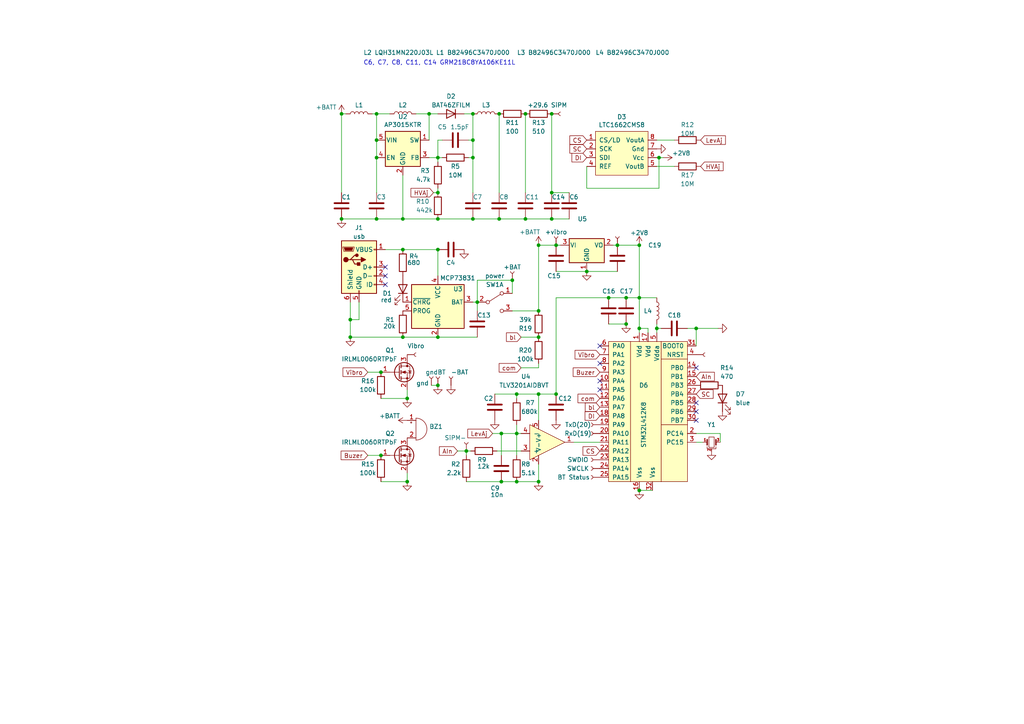
<source format=kicad_sch>
(kicad_sch (version 20211123) (generator eeschema)
  (paper "A4")
  (lib_symbols
    (symbol "Battery_Management:LTC4054ES5-4.2" (pin_names (offset 0.254))
      (property "Reference" "U" (at -5.842 6.604 0))
      (property "Value" "LTC4054ES5-4.2" (at 1.524 6.604 0))
      (symbol "LTC4054ES5-4.2_0_1"
        (rectangle (start -7.62 5.08) (end 7.62 -7.62) (stroke (width 0.254)) (fill (type background)))
      )
      (symbol "LTC4054ES5-4.2_1_1"
        (pin open_collector line (at -10.16 0 0) (length 2.54) (name "~{CHRG}") (number "1"))
        (pin power_in line (at 0 -10.16 90) (length 2.54) (name "GND") (number "2"))
        (pin power_out line (at 10.16 0 180) (length 2.54) (name "BAT") (number "3"))
        (pin power_in line (at 0 7.62 270) (length 2.54) (name "VCC") (number "4"))
        (pin bidirectional line (at -10.16 -2.54 0) (length 2.54) (name "PROG") (number "5"))
      )
    )
    (symbol "Device:Buzzer" (pin_names (offset 0.0254) hide)
      (property "Reference" "BZ" (at 3.81 1.27 0))
      (property "Value" "Buzzer" (at 3.81 -1.27 0))
      (symbol "Buzzer_0_1"
        (arc (start 0 -3.175) (mid 3.175 0) (end 0 3.175))
        (polyline (pts (xy -1.651 1.905) (xy -1.143 1.905)))
        (polyline (pts (xy -1.397 2.159) (xy -1.397 1.651)))
        (polyline (pts (xy 0 3.175) (xy 0 -3.175)))
      )
      (symbol "Buzzer_1_1"
        (pin passive line (at -2.54 2.54 0) (length 2.54) (name "-") (number "1"))
        (pin passive line (at -2.54 -2.54 0) (length 2.54) (name "+") (number "2"))
      )
    )
    (symbol "Device:C" (pin_numbers hide) (pin_names (offset 0.254))
      (property "Reference" "C" (at 0.635 2.54 0))
      (property "Value" "C" (at 0.635 -2.54 0))
      (symbol "C_0_1"
        (polyline (pts (xy -2.032 -0.762) (xy 2.032 -0.762)) (stroke (width 0.508)))
        (polyline (pts (xy -2.032 0.762) (xy 2.032 0.762)) (stroke (width 0.508)))
      )
      (symbol "C_1_1"
        (pin passive line (at 0 3.81 270) (length 2.794) (name "~") (number "1"))
        (pin passive line (at 0 -3.81 90) (length 2.794) (name "~") (number "2"))
      )
    )
    (symbol "Device:Crystal_GND2_Small" (pin_names (offset 1.016) hide)
      (property "Reference" "Y" (at 0 5.08 0))
      (property "Value" "Crystal_GND2_Small" (at 0 3.175 0))
      (symbol "Crystal_GND2_Small_0_1"
        (rectangle (start -0.762 -1.524) (end 0.762 1.524))
        (polyline (pts (xy -1.27 -0.762) (xy -1.27 0.762)) (stroke (width 0.381)))
        (polyline (pts (xy 1.27 -0.762) (xy 1.27 0.762)) (stroke (width 0.381)))
        (polyline (pts (xy -1.27 -1.27) (xy -1.27 -1.905) (xy 1.27 -1.905) (xy 1.27 -1.27)))
      )
      (symbol "Crystal_GND2_Small_1_1"
        (pin passive line (at -2.54 0 0) (length 1.27) (name "1") (number "1"))
        (pin passive line (at 0 -2.54 90) (length 0.635) (name "2") (number "2"))
        (pin passive line (at 2.54 0 180) (length 1.27) (name "3") (number "3"))
      )
    )
    (symbol "Device:D" (pin_numbers hide) (pin_names (offset 1.016) hide)
      (property "Reference" "D" (at 0 2.54 0))
      (property "Value" "D" (at 0 -2.54 0))
      (symbol "D_0_1"
        (polyline (pts (xy -1.27 1.27) (xy -1.27 -1.27)) (stroke (width 0.254)))
        (polyline (pts (xy 1.27 0) (xy -1.27 0)))
        (polyline (pts (xy 1.27 1.27) (xy 1.27 -1.27) (xy -1.27 0) (xy 1.27 1.27)) (stroke (width 0.254)))
      )
      (symbol "D_1_1"
        (pin passive line (at -3.81 0 0) (length 2.54) (name "K") (number "1"))
        (pin passive line (at 3.81 0 180) (length 2.54) (name "A") (number "2"))
      )
    )
    (symbol "Device:L" (pin_numbers hide) (pin_names (offset 1.016) hide)
      (property "Reference" "L" (at -1.27 0 90))
      (property "Value" "L" (at 1.905 0 90))
      (symbol "L_0_1"
        (arc (start 0 -2.54) (mid 0.635 -1.905) (end 0 -1.27))
        (arc (start 0 -1.27) (mid 0.635 -0.635) (end 0 0))
        (arc (start 0 0) (mid 0.635 0.635) (end 0 1.27))
        (arc (start 0 1.27) (mid 0.635 1.905) (end 0 2.54))
      )
      (symbol "L_1_1"
        (pin passive line (at 0 3.81 270) (length 1.27) (name "1") (number "1"))
        (pin passive line (at 0 -3.81 90) (length 1.27) (name "2") (number "2"))
      )
    )
    (symbol "Device:LED" (pin_numbers hide) (pin_names (offset 1.016) hide)
      (property "Reference" "D" (at 0 2.54 0))
      (property "Value" "LED" (at 0 -2.54 0))
      (symbol "LED_0_1"
        (polyline (pts (xy -1.27 -1.27) (xy -1.27 1.27)) (stroke (width 0.254)))
        (polyline (pts (xy -1.27 0) (xy 1.27 0)))
        (polyline (pts (xy 1.27 -1.27) (xy 1.27 1.27) (xy -1.27 0) (xy 1.27 -1.27)) (stroke (width 0.254)))
        (polyline (pts (xy -3.048 -0.762) (xy -4.572 -2.286) (xy -3.81 -2.286) (xy -4.572 -2.286) (xy -4.572 -1.524)))
        (polyline (pts (xy -1.778 -0.762) (xy -3.302 -2.286) (xy -2.54 -2.286) (xy -3.302 -2.286) (xy -3.302 -1.524)))
      )
      (symbol "LED_1_1"
        (pin passive line (at -3.81 0 0) (length 2.54) (name "K") (number "1"))
        (pin passive line (at 3.81 0 180) (length 2.54) (name "A") (number "2"))
      )
    )
    (symbol "Device:R" (pin_numbers hide) (pin_names (offset 0))
      (property "Reference" "R" (at 2.032 0 90))
      (property "Value" "R" (at 0 0 90))
      (symbol "R_0_1"
        (rectangle (start -1.016 -2.54) (end 1.016 2.54) (stroke (width 0.254)))
      )
      (symbol "R_1_1"
        (pin passive line (at 0 3.81 270) (length 1.27) (name "~") (number "1"))
        (pin passive line (at 0 -3.81 90) (length 1.27) (name "~") (number "2"))
      )
    )
    (symbol "Regulator_Switching:LM2733YMF" (pin_names (offset 0.254))
      (property "Reference" "U" (at -5.08 6.35 0))
      (property "Value" "LM2733YMF" (at 0 6.35 0))
      (symbol "LM2733YMF_0_1"
        (rectangle (start -5.08 5.08) (end 5.08 -5.08) (stroke (width 0.254)) (fill (type background)))
      )
      (symbol "LM2733YMF_1_1"
        (pin output line (at 7.62 2.54 180) (length 2.54) (name "SW") (number "1"))
        (pin power_in line (at 0 -7.62 90) (length 2.54) (name "GND") (number "2"))
        (pin input line (at 7.62 -2.54 180) (length 2.54) (name "FB") (number "3"))
        (pin input line (at -7.62 -2.54 0) (length 2.54) (name "EN") (number "4"))
        (pin input line (at -7.62 2.54 0) (length 2.54) (name "VIN") (number "5"))
      )
    )
    (symbol "SC-STM32L412K8-rescue:Conn-My_Library-SC-STM32L412K8-rescue-SC-STM32L412K8-rescue-SC-STM32L412K8-rescue" (pin_numbers hide) (pin_names (offset 1.016) hide)
      (property "Reference" "J" (at 0 2.54 0))
      (property "Value" "Conn-My_Library-SC-STM32L412K8-rescue-SC-STM32L412K8-rescue-SC-STM32L412K8-rescue" (at 0 -2.54 0))
      (symbol "Conn-My_Library-SC-STM32L412K8-rescue-SC-STM32L412K8-rescue-SC-STM32L412K8-rescue_1_1"
        (arc (start 0 0.508) (mid -0.508 0) (end 0 -0.508) (stroke (width 0.1524)))
        (pin passive line (at -2.54 0 0) (length 2.0066) (name "Pin_1") (number "1"))
      )
    )
    (symbol "SC-STM32L412K8-rescue:LMV7239M5-My_Library-SC-STM32L412K8-rescue-SC-STM32L412K8-rescue-SC-STM32L412K8-rescue" (pin_names (offset 1.016))
      (property "Reference" "U" (at 1.27 3.81 0))
      (property "Value" "LMV7239M5-My_Library-SC-STM32L412K8-rescue-SC-STM32L412K8-rescue-SC-STM32L412K8-rescue" (at 5.08 -5.08 0))
      (symbol "LMV7239M5-My_Library-SC-STM32L412K8-rescue-SC-STM32L412K8-rescue-SC-STM32L412K8-rescue_0_1"
        (polyline (pts (xy -3.81 5.08) (xy 6.35 0) (xy -3.81 -5.08) (xy -3.81 5.08)) (fill (type background)))
      )
      (symbol "LMV7239M5-My_Library-SC-STM32L412K8-rescue-SC-STM32L412K8-rescue-SC-STM32L412K8-rescue_1_1"
        (pin input line (at 8.89 0 180) (length 2.54) (name "~") (number "1"))
        (pin power_out line (at -1.27 -6.35 90) (length 2.54) (name "V-") (number "2"))
        (pin input line (at -6.35 -2.54 0) (length 2.54) (name "+") (number "3"))
        (pin input line (at -6.35 2.54 0) (length 2.54) (name "-") (number "4"))
        (pin power_out line (at -1.27 6.35 270) (length 2.54) (name "V+") (number "5"))
      )
    )
    (symbol "SC-STM32L412K8-rescue:LTC1661CMS8-My_Library" (pin_names (offset 1.016))
      (property "Reference" "D" (at 0 7.62 0))
      (property "Value" "LTC1661CMS8-My_Library" (at 0 -7.62 0))
      (symbol "LTC1661CMS8-My_Library_0_1"
        (rectangle (start -7.62 6.35) (end 7.62 -6.35) (fill (type background)))
      )
      (symbol "LTC1661CMS8-My_Library_1_1"
        (pin input line (at -10.16 3.81 0) (length 2.54) (name "CS/LD") (number "1"))
        (pin input line (at -10.16 1.27 0) (length 2.54) (name "SCK") (number "2"))
        (pin input line (at -10.16 -1.27 0) (length 2.54) (name "SDI") (number "3"))
        (pin input line (at -10.16 -3.81 0) (length 2.54) (name "REF") (number "4"))
        (pin input line (at 10.16 -3.81 180) (length 2.54) (name "VoutB") (number "5"))
        (pin input line (at 10.16 -1.27 180) (length 2.54) (name "Vcc") (number "6"))
        (pin input line (at 10.16 1.27 180) (length 2.54) (name "Gnd") (number "7"))
        (pin input line (at 10.16 3.81 180) (length 2.54) (name "VoutA") (number "8"))
      )
    )
    (symbol "SC-STM32L412K8-rescue:MCP1700-3002E_SOT23-Regulator_Linear" (pin_names (offset 0.254))
      (property "Reference" "U" (at -3.81 3.175 0))
      (property "Value" "MCP1700-3002E_SOT23-Regulator_Linear" (at 0 3.175 0))
      (symbol "MCP1700-3002E_SOT23-Regulator_Linear_0_1"
        (rectangle (start -5.08 1.905) (end 5.08 -5.08) (stroke (width 0.254)) (fill (type background)))
      )
      (symbol "MCP1700-3002E_SOT23-Regulator_Linear_1_1"
        (pin power_in line (at 0 -7.62 90) (length 2.54) (name "GND") (number "1"))
        (pin power_out line (at 7.62 0 180) (length 2.54) (name "VO") (number "2"))
        (pin power_in line (at -7.62 0 0) (length 2.54) (name "VI") (number "3"))
      )
    )
    (symbol "SC-STM32L412K8-rescue:STM32L412K8-My_Library-SC-STM32L412K8-rescue-SC-STM32L412K8-rescue-SC-STM32L412K8-rescue" (pin_names (offset 1.016))
      (property "Reference" "D" (at 7.62 20.32 0))
      (property "Value" "STM32L412K8-My_Library-SC-STM32L412K8-rescue-SC-STM32L412K8-rescue-SC-STM32L412K8-rescue" (at 12.7 17.78 0))
      (symbol "STM32L412K8-My_Library-SC-STM32L412K8-rescue-SC-STM32L412K8-rescue-SC-STM32L412K8-rescue_0_1"
        (rectangle (start -10.16 13.97) (end 12.7 -26.67) (fill (type background)))
        (polyline (pts (xy -3.81 13.97) (xy -3.81 -26.67)))
        (polyline (pts (xy 5.08 -10.16) (xy 12.7 -10.16)))
        (polyline (pts (xy 5.08 8.89) (xy 12.7 8.89)))
        (polyline (pts (xy 5.08 13.97) (xy 5.08 -26.67)))
      )
      (symbol "STM32L412K8-My_Library-SC-STM32L412K8-rescue-SC-STM32L412K8-rescue-SC-STM32L412K8-rescue_1_1"
        (pin input line (at -1.27 16.51 270) (length 2.54) (name "Vdd") (number "1"))
        (pin input line (at -12.7 2.54 0) (length 2.54) (name "PA4") (number "10"))
        (pin input line (at -12.7 0 0) (length 2.54) (name "PA5") (number "11"))
        (pin input line (at -12.7 -2.54 0) (length 2.54) (name "PA6") (number "12"))
        (pin input line (at -12.7 -5.08 0) (length 2.54) (name "PA7") (number "13"))
        (pin input line (at 15.24 6.35 180) (length 2.54) (name "PB0") (number "14"))
        (pin input line (at 15.24 3.81 180) (length 2.54) (name "PB1") (number "15"))
        (pin input line (at -1.27 -29.21 90) (length 2.54) (name "Vss") (number "16"))
        (pin input line (at 1.27 16.51 270) (length 2.54) (name "Vdd") (number "17"))
        (pin input line (at -12.7 -7.62 0) (length 2.54) (name "PA8") (number "18"))
        (pin input line (at -12.7 -10.16 0) (length 2.54) (name "PA9") (number "19"))
        (pin input line (at 15.24 -12.7 180) (length 2.54) (name "PC14") (number "2"))
        (pin input line (at -12.7 -12.7 0) (length 2.54) (name "PA10") (number "20"))
        (pin input line (at -12.7 -15.24 0) (length 2.54) (name "PA11") (number "21"))
        (pin input line (at -12.7 -17.78 0) (length 2.54) (name "PA12") (number "22"))
        (pin input line (at -12.7 -20.32 0) (length 2.54) (name "PA13") (number "23"))
        (pin input line (at -12.7 -22.86 0) (length 2.54) (name "PA14") (number "24"))
        (pin input line (at -12.7 -25.4 0) (length 2.54) (name "PA15") (number "25"))
        (pin input line (at 15.24 1.27 180) (length 2.54) (name "PB3") (number "26"))
        (pin input line (at 15.24 -1.27 180) (length 2.54) (name "PB4") (number "27"))
        (pin input line (at 15.24 -3.81 180) (length 2.54) (name "PB5") (number "28"))
        (pin input line (at 15.24 -6.35 180) (length 2.54) (name "PB6") (number "29"))
        (pin input line (at 15.24 -15.24 180) (length 2.54) (name "PC15") (number "3"))
        (pin input line (at 15.24 -8.89 180) (length 2.54) (name "PB7") (number "30"))
        (pin input line (at 15.24 12.7 180) (length 2.54) (name "BOOT0") (number "31"))
        (pin input line (at 2.54 -29.21 90) (length 2.54) (name "Vss") (number "32"))
        (pin input line (at 15.24 10.16 180) (length 2.54) (name "NRST") (number "4"))
        (pin input line (at 3.81 16.51 270) (length 2.54) (name "Vdda") (number "5"))
        (pin input line (at -12.7 12.7 0) (length 2.54) (name "PA0") (number "6"))
        (pin input line (at -12.7 10.16 0) (length 2.54) (name "PA1") (number "7"))
        (pin input line (at -12.7 7.62 0) (length 2.54) (name "PA2") (number "8"))
        (pin input line (at -12.7 5.08 0) (length 2.54) (name "PA3") (number "9"))
      )
    )
    (symbol "SC-STM32L412K8-rescue:USB_B_Micro-Connector" (pin_names (offset 1.016))
      (property "Reference" "J" (at -5.08 11.43 0))
      (property "Value" "USB_B_Micro-Connector" (at -5.08 8.89 0))
      (symbol "USB_B_Micro-Connector_0_1"
        (rectangle (start -5.08 -7.62) (end 5.08 7.62) (stroke (width 0.254)) (fill (type background)))
        (circle (center -3.81 2.159) (radius 0.635) (stroke (width 0.254)) (fill (type outline)))
        (circle (center -0.635 3.429) (radius 0.381) (stroke (width 0.254)) (fill (type outline)))
        (rectangle (start -0.127 -7.62) (end 0.127 -6.858))
        (polyline (pts (xy -1.905 2.159) (xy 0.635 2.159)) (stroke (width 0.254)))
        (polyline (pts (xy -3.175 2.159) (xy -2.54 2.159) (xy -1.27 3.429) (xy -0.635 3.429)) (stroke (width 0.254)))
        (polyline (pts (xy -2.54 2.159) (xy -1.905 2.159) (xy -1.27 0.889) (xy 0 0.889)) (stroke (width 0.254)))
        (polyline (pts (xy 0.635 2.794) (xy 0.635 1.524) (xy 1.905 2.159) (xy 0.635 2.794)) (stroke (width 0.254)) (fill (type outline)))
        (polyline (pts (xy -4.318 5.588) (xy -1.778 5.588) (xy -2.032 4.826) (xy -4.064 4.826) (xy -4.318 5.588)) (fill (type outline)))
        (polyline (pts (xy -4.699 5.842) (xy -4.699 5.588) (xy -4.445 4.826) (xy -4.445 4.572) (xy -1.651 4.572) (xy -1.651 4.826) (xy -1.397 5.588) (xy -1.397 5.842) (xy -4.699 5.842)))
        (rectangle (start 0.254 1.27) (end -0.508 0.508) (stroke (width 0.254)) (fill (type outline)))
        (rectangle (start 5.08 -5.207) (end 4.318 -4.953))
        (rectangle (start 5.08 -2.667) (end 4.318 -2.413))
        (rectangle (start 5.08 -0.127) (end 4.318 0.127))
        (rectangle (start 5.08 4.953) (end 4.318 5.207))
      )
      (symbol "USB_B_Micro-Connector_1_1"
        (pin power_out line (at 7.62 5.08 180) (length 2.54) (name "VBUS") (number "1"))
        (pin passive line (at 7.62 -2.54 180) (length 2.54) (name "D-") (number "2"))
        (pin passive line (at 7.62 0 180) (length 2.54) (name "D+") (number "3"))
        (pin passive line (at 7.62 -5.08 180) (length 2.54) (name "ID") (number "4"))
        (pin power_out line (at 0 -10.16 90) (length 2.54) (name "GND") (number "5"))
        (pin passive line (at -2.54 -10.16 90) (length 2.54) (name "Shield") (number "6"))
      )
    )
    (symbol "Switch:SW_DPDT_x2" (pin_names (offset 0) hide)
      (property "Reference" "SW" (at 0 4.318 0))
      (property "Value" "SW_DPDT_x2" (at 0 -5.08 0))
      (symbol "SW_DPDT_x2_0_0"
        (circle (center -2.032 0) (radius 0.508))
        (circle (center 2.032 -2.54) (radius 0.508))
      )
      (symbol "SW_DPDT_x2_0_1"
        (polyline (pts (xy -1.524 0.254) (xy 1.651 2.286)))
        (circle (center 2.032 2.54) (radius 0.508))
      )
      (symbol "SW_DPDT_x2_1_1"
        (pin passive line (at 5.08 2.54 180) (length 2.54) (name "A") (number "1"))
        (pin passive line (at -5.08 0 0) (length 2.54) (name "B") (number "2"))
        (pin passive line (at 5.08 -2.54 180) (length 2.54) (name "C") (number "3"))
      )
      (symbol "SW_DPDT_x2_2_1"
        (pin passive line (at 5.08 2.54 180) (length 2.54) (name "A") (number "4"))
        (pin passive line (at -5.08 0 0) (length 2.54) (name "B") (number "5"))
        (pin passive line (at 5.08 -2.54 180) (length 2.54) (name "C") (number "6"))
      )
    )
    (symbol "Transistor_FET:2N7002" (pin_names hide)
      (property "Reference" "Q" (at 5.08 1.905 0))
      (property "Value" "2N7002" (at 5.08 0 0))
      (symbol "2N7002_0_1"
        (polyline (pts (xy 0.254 0) (xy -2.54 0)))
        (polyline (pts (xy 0.254 1.905) (xy 0.254 -1.905)) (stroke (width 0.254)))
        (polyline (pts (xy 0.762 -1.27) (xy 0.762 -2.286)) (stroke (width 0.254)))
        (polyline (pts (xy 0.762 0.508) (xy 0.762 -0.508)) (stroke (width 0.254)))
        (polyline (pts (xy 0.762 2.286) (xy 0.762 1.27)) (stroke (width 0.254)))
        (polyline (pts (xy 2.54 2.54) (xy 2.54 1.778)))
        (polyline (pts (xy 2.54 -2.54) (xy 2.54 0) (xy 0.762 0)))
        (polyline (pts (xy 0.762 -1.778) (xy 3.302 -1.778) (xy 3.302 1.778) (xy 0.762 1.778)))
        (polyline (pts (xy 1.016 0) (xy 2.032 0.381) (xy 2.032 -0.381) (xy 1.016 0)) (fill (type outline)))
        (polyline (pts (xy 2.794 0.508) (xy 2.921 0.381) (xy 3.683 0.381) (xy 3.81 0.254)))
        (polyline (pts (xy 3.302 0.381) (xy 2.921 -0.254) (xy 3.683 -0.254) (xy 3.302 0.381)))
        (circle (center 1.651 0) (radius 2.794) (stroke (width 0.254)))
        (circle (center 2.54 -1.778) (radius 0.254) (fill (type outline)))
        (circle (center 2.54 1.778) (radius 0.254) (fill (type outline)))
      )
      (symbol "2N7002_1_1"
        (pin input line (at -5.08 0 0) (length 2.54) (name "G") (number "1"))
        (pin passive line (at 2.54 -5.08 90) (length 2.54) (name "S") (number "2"))
        (pin passive line (at 2.54 5.08 270) (length 2.54) (name "D") (number "3"))
      )
    )
    (symbol "power:+2V8" (power) (pin_names (offset 0))
      (property "Value" "+2V8" (at 0 3.556 0))
      (symbol "+2V8_0_1"
        (polyline (pts (xy -0.762 1.27) (xy 0 2.54)))
        (polyline (pts (xy 0 0) (xy 0 2.54)))
        (polyline (pts (xy 0 2.54) (xy 0.762 1.27)))
      )
      (symbol "+2V8_1_1"
        (pin power_in line (at 0 0 90) (length 0) hide (name "+2V8") (number "1"))
      )
    )
    (symbol "power:+BATT" (power) (pin_names (offset 0))
      (property "Value" "+BATT" (at 0 3.556 0))
      (symbol "+BATT_0_1"
        (polyline (pts (xy -0.762 1.27) (xy 0 2.54)))
        (polyline (pts (xy 0 0) (xy 0 2.54)))
        (polyline (pts (xy 0 2.54) (xy 0.762 1.27)))
      )
      (symbol "+BATT_1_1"
        (pin power_in line (at 0 0 90) (length 0) hide (name "+BATT") (number "1"))
      )
    )
    (symbol "power:GND" (power) (pin_names (offset 0))
      (property "Value" "GND" (at 0 -3.81 0))
      (symbol "GND_0_1"
        (polyline (pts (xy 0 0) (xy 0 -1.27) (xy 1.27 -1.27) (xy 0 -2.54) (xy -1.27 -1.27) (xy 0 -1.27)))
      )
      (symbol "GND_1_1"
        (pin power_in line (at 0 0 270) (length 0) hide (name "GND") (number "1"))
      )
    )
  )
  (junction (at 109.22 33.02))
  (junction (at 118.11 139.7))
  (junction (at 127 55.88))
  (junction (at 109.22 45.72))
  (junction (at 179.07 71.12))
  (junction (at 118.11 115.57))
  (junction (at 191.135 45.72))
  (junction (at 138.43 87.63))
  (junction (at 127 45.72))
  (junction (at 101.6 97.79))
  (junction (at 156.21 114.3))
  (junction (at 116.84 97.79))
  (junction (at 110.49 132.08))
  (junction (at 176.53 86.36))
  (junction (at 185.42 71.12))
  (junction (at 190.5 95.25))
  (junction (at 156.21 139.7))
  (junction (at 160.02 55.88))
  (junction (at 99.06 63.5))
  (junction (at 145.415 139.7))
  (junction (at 137.16 40.64))
  (junction (at 127 72.39))
  (junction (at 185.42 86.36))
  (junction (at 160.02 33.02))
  (junction (at 116.84 63.5))
  (junction (at 145.415 125.73))
  (junction (at 137.16 45.72))
  (junction (at 109.22 40.64))
  (junction (at 109.22 63.5))
  (junction (at 101.6 92.71))
  (junction (at 161.29 71.12))
  (junction (at 201.93 95.25))
  (junction (at 127 63.5))
  (junction (at 148.59 81.28))
  (junction (at 181.61 93.98))
  (junction (at 99.06 33.02))
  (junction (at 149.86 114.3))
  (junction (at 181.61 86.36))
  (junction (at 127 97.79))
  (junction (at 156.21 97.79))
  (junction (at 149.86 125.73))
  (junction (at 124.46 33.02))
  (junction (at 144.78 63.5))
  (junction (at 137.16 63.5))
  (junction (at 152.4 63.5))
  (junction (at 170.18 78.74))
  (junction (at 156.21 90.17))
  (junction (at 161.29 114.3))
  (junction (at 110.49 107.95))
  (junction (at 127 111.76))
  (junction (at 185.42 95.25))
  (junction (at 137.16 33.02))
  (junction (at 156.21 71.12))
  (junction (at 135.255 130.81))
  (junction (at 160.02 63.5))
  (junction (at 152.4 33.02))
  (junction (at 149.86 139.7))
  (junction (at 185.42 142.24))
  (junction (at 144.78 33.02))
  (junction (at 116.84 72.39))
  (no_connect (at 201.93 119.38))
  (no_connect (at 111.76 82.55))
  (no_connect (at 173.99 100.33))
  (no_connect (at 111.76 80.01))
  (no_connect (at 173.99 113.03))
  (no_connect (at 111.76 77.47))
  (no_connect (at 201.93 106.68))
  (no_connect (at 173.99 110.49))
  (no_connect (at 201.93 121.92))
  (no_connect (at 173.99 105.41))
  (no_connect (at 201.93 116.84))
  (wire (pts (xy 135.89 40.64) (xy 137.16 40.64)))
  (wire (pts (xy 145.415 125.73) (xy 149.86 125.73)))
  (wire (pts (xy 127 72.39) (xy 127 80.01)))
  (wire (pts (xy 199.39 95.25) (xy 201.93 95.25)))
  (wire (pts (xy 181.61 86.36) (xy 185.42 86.36)))
  (wire (pts (xy 190.5 93.98) (xy 190.5 95.25)))
  (wire (pts (xy 185.42 95.25) (xy 185.42 96.52)))
  (wire (pts (xy 137.16 40.64) (xy 137.16 45.72)))
  (wire (pts (xy 190.5 45.72) (xy 191.135 45.72)))
  (wire (pts (xy 189.23 142.24) (xy 185.42 142.24)))
  (wire (pts (xy 99.06 33.02) (xy 99.06 55.88)))
  (wire (pts (xy 99.06 33.02) (xy 100.33 33.02)))
  (wire (pts (xy 156.21 71.12) (xy 156.21 90.17)))
  (wire (pts (xy 135.255 139.7) (xy 145.415 139.7)))
  (wire (pts (xy 156.21 134.62) (xy 156.21 139.7)))
  (wire (pts (xy 201.93 125.73) (xy 208.915 125.73)))
  (wire (pts (xy 137.16 63.5) (xy 144.78 63.5)))
  (wire (pts (xy 124.46 33.02) (xy 127 33.02)))
  (wire (pts (xy 201.93 128.27) (xy 203.835 128.27)))
  (wire (pts (xy 120.65 33.02) (xy 124.46 33.02)))
  (wire (pts (xy 109.22 33.02) (xy 109.22 40.64)))
  (wire (pts (xy 137.16 33.02) (xy 137.16 40.64)))
  (wire (pts (xy 124.46 40.64) (xy 124.46 33.02)))
  (wire (pts (xy 208.915 125.73) (xy 208.915 128.27)))
  (wire (pts (xy 116.84 97.79) (xy 127 97.79)))
  (wire (pts (xy 161.29 114.3) (xy 161.29 86.36)))
  (wire (pts (xy 149.86 115.57) (xy 149.86 114.3)))
  (wire (pts (xy 106.68 107.95) (xy 110.49 107.95)))
  (wire (pts (xy 152.4 33.02) (xy 152.4 55.88)))
  (wire (pts (xy 135.255 130.81) (xy 136.525 130.81)))
  (wire (pts (xy 185.42 86.36) (xy 190.5 86.36)))
  (wire (pts (xy 201.93 100.33) (xy 201.93 95.25)))
  (wire (pts (xy 145.415 132.08) (xy 145.415 125.73)))
  (wire (pts (xy 124.46 45.72) (xy 127 45.72)))
  (wire (pts (xy 109.22 33.02) (xy 113.03 33.02)))
  (wire (pts (xy 161.29 78.74) (xy 170.18 78.74)))
  (wire (pts (xy 148.59 81.28) (xy 148.59 85.09)))
  (wire (pts (xy 156.21 139.7) (xy 149.86 139.7)))
  (wire (pts (xy 185.42 71.12) (xy 185.42 86.36)))
  (wire (pts (xy 151.13 97.79) (xy 156.21 97.79)))
  (wire (pts (xy 135.89 45.72) (xy 137.16 45.72)))
  (wire (pts (xy 127 63.5) (xy 137.16 63.5)))
  (wire (pts (xy 156.21 71.12) (xy 161.29 71.12)))
  (wire (pts (xy 177.8 71.12) (xy 179.07 71.12)))
  (wire (pts (xy 160.02 55.88) (xy 165.1 55.88)))
  (wire (pts (xy 138.43 81.28) (xy 148.59 81.28)))
  (wire (pts (xy 170.18 78.74) (xy 179.07 78.74)))
  (wire (pts (xy 107.95 33.02) (xy 109.22 33.02)))
  (wire (pts (xy 101.6 92.71) (xy 101.6 97.79)))
  (wire (pts (xy 135.255 132.08) (xy 135.255 130.81)))
  (wire (pts (xy 125.095 111.76) (xy 127 111.76)))
  (wire (pts (xy 187.96 95.25) (xy 185.42 95.25)))
  (wire (pts (xy 151.13 106.68) (xy 156.21 106.68)))
  (wire (pts (xy 156.21 114.3) (xy 161.29 114.3)))
  (wire (pts (xy 187.96 96.52) (xy 187.96 95.25)))
  (wire (pts (xy 152.4 63.5) (xy 160.02 63.5)))
  (wire (pts (xy 138.43 87.63) (xy 138.43 90.17)))
  (wire (pts (xy 149.86 123.19) (xy 149.86 125.73)))
  (wire (pts (xy 128.27 45.72) (xy 127 45.72)))
  (wire (pts (xy 191.135 45.72) (xy 192.405 45.72)))
  (wire (pts (xy 191.135 45.72) (xy 191.135 54.61)))
  (wire (pts (xy 156.21 114.3) (xy 156.21 121.92)))
  (wire (pts (xy 191.77 95.25) (xy 190.5 95.25)))
  (wire (pts (xy 116.84 63.5) (xy 127 63.5)))
  (wire (pts (xy 195.58 48.26) (xy 190.5 48.26)))
  (wire (pts (xy 127 54.61) (xy 127 55.88)))
  (wire (pts (xy 104.14 87.63) (xy 104.14 92.71)))
  (wire (pts (xy 116.84 50.8) (xy 116.84 63.5)))
  (wire (pts (xy 142.875 125.73) (xy 145.415 125.73)))
  (wire (pts (xy 149.86 114.3) (xy 156.21 114.3)))
  (wire (pts (xy 176.53 86.36) (xy 181.61 86.36)))
  (wire (pts (xy 132.715 130.81) (xy 135.255 130.81)))
  (wire (pts (xy 145.415 139.7) (xy 149.86 139.7)))
  (wire (pts (xy 144.78 33.02) (xy 144.78 55.88)))
  (wire (pts (xy 109.22 40.64) (xy 109.22 45.72)))
  (wire (pts (xy 170.18 48.26) (xy 170.18 54.61)))
  (wire (pts (xy 127 45.72) (xy 127 46.99)))
  (wire (pts (xy 138.43 87.63) (xy 138.43 81.28)))
  (wire (pts (xy 101.6 97.79) (xy 116.84 97.79)))
  (wire (pts (xy 160.02 63.5) (xy 165.1 63.5)))
  (wire (pts (xy 110.49 115.57) (xy 118.11 115.57)))
  (wire (pts (xy 127 40.64) (xy 128.27 40.64)))
  (wire (pts (xy 110.49 139.7) (xy 118.11 139.7)))
  (wire (pts (xy 111.76 72.39) (xy 116.84 72.39)))
  (wire (pts (xy 160.02 33.02) (xy 160.02 55.88)))
  (wire (pts (xy 170.18 54.61) (xy 191.135 54.61)))
  (wire (pts (xy 109.22 63.5) (xy 116.84 63.5)))
  (wire (pts (xy 156.21 106.68) (xy 156.21 105.41)))
  (wire (pts (xy 118.11 113.03) (xy 118.11 115.57)))
  (wire (pts (xy 148.59 90.17) (xy 156.21 90.17)))
  (wire (pts (xy 127 97.79) (xy 138.43 97.79)))
  (wire (pts (xy 190.5 95.25) (xy 190.5 96.52)))
  (wire (pts (xy 176.53 93.98) (xy 181.61 93.98)))
  (wire (pts (xy 134.62 33.02) (xy 137.16 33.02)))
  (wire (pts (xy 151.13 125.73) (xy 149.86 125.73)))
  (wire (pts (xy 144.78 63.5) (xy 152.4 63.5)))
  (wire (pts (xy 166.37 128.27) (xy 173.99 128.27)))
  (wire (pts (xy 144.145 130.81) (xy 151.13 130.81)))
  (wire (pts (xy 161.29 86.36) (xy 176.53 86.36)))
  (wire (pts (xy 190.5 40.64) (xy 195.58 40.64)))
  (wire (pts (xy 101.6 87.63) (xy 101.6 92.71)))
  (wire (pts (xy 109.22 45.72) (xy 109.22 55.88)))
  (wire (pts (xy 118.11 139.7) (xy 118.11 137.16)))
  (wire (pts (xy 179.07 71.12) (xy 185.42 71.12)))
  (wire (pts (xy 201.93 95.25) (xy 208.28 95.25)))
  (wire (pts (xy 106.68 132.08) (xy 110.49 132.08)))
  (wire (pts (xy 143.51 114.3) (xy 149.86 114.3)))
  (wire (pts (xy 137.16 45.72) (xy 137.16 55.88)))
  (wire (pts (xy 149.86 125.73) (xy 149.86 132.08)))
  (wire (pts (xy 185.42 86.36) (xy 185.42 95.25)))
  (wire (pts (xy 137.16 87.63) (xy 138.43 87.63)))
  (wire (pts (xy 99.06 63.5) (xy 109.22 63.5)))
  (wire (pts (xy 127 40.64) (xy 127 45.72)))
  (wire (pts (xy 116.84 72.39) (xy 127 72.39)))
  (wire (pts (xy 125.73 55.88) (xy 127 55.88)))
  (wire (pts (xy 162.56 71.12) (xy 161.29 71.12)))
  (wire (pts (xy 104.14 92.71) (xy 101.6 92.71)))
  (text "C6, C7, C8, C11, C14 GRM21BC8YA106KE11L" (at 105.41 19.05 0) (effects (font (size 1.27 1.27)) (justify left bottom)))
  (global_label "CS" (shape input) (at 173.99 130.81 180) (property "Обозначения листов" "${INTERSHEET_REFS}" (effects hide)))
  (global_label "DI" (shape input) (at 170.18 45.72 180) (property "Обозначения листов" "${INTERSHEET_REFS}" (effects hide)))
  (global_label "Buzer" (shape input) (at 106.68 132.08 180) (property "Обозначения листов" "${INTERSHEET_REFS}" (effects hide)))
  (global_label "LevAj" (shape input) (at 142.875 125.73 180) (property "Обозначения листов" "${INTERSHEET_REFS}" (effects hide)))
  (global_label "SC" (shape input) (at 170.18 43.18 180) (property "Обозначения листов" "${INTERSHEET_REFS}" (effects hide)))
  (global_label "Vibro" (shape input) (at 173.99 102.87 180) (property "Обозначения листов" "${INTERSHEET_REFS}" (effects hide)))
  (global_label "DI" (shape input) (at 173.99 120.65 180) (property "Обозначения листов" "${INTERSHEET_REFS}" (effects hide)))
  (global_label "com" (shape input) (at 173.99 115.57 180) (property "Обозначения листов" "${INTERSHEET_REFS}" (effects hide)))
  (global_label "Vibro" (shape input) (at 106.68 107.95 180) (property "Обозначения листов" "${INTERSHEET_REFS}" (effects hide)))
  (global_label "Buzer" (shape input) (at 173.99 107.95 180) (property "Обозначения листов" "${INTERSHEET_REFS}" (effects hide)))
  (global_label "SC" (shape input) (at 201.93 114.3 0) (property "Обозначения листов" "${INTERSHEET_REFS}" (effects hide)))
  (global_label "HVAj" (shape input) (at 125.73 55.88 180) (property "Обозначения листов" "${INTERSHEET_REFS}" (effects hide)))
  (global_label "AIn" (shape input) (at 201.93 109.22 0) (property "Обозначения листов" "${INTERSHEET_REFS}" (effects hide)))
  (global_label "LevAj" (shape input) (at 203.2 40.64 0) (property "Обозначения листов" "${INTERSHEET_REFS}" (effects hide)))
  (global_label "bl" (shape input) (at 173.99 118.11 180) (property "Обозначения листов" "${INTERSHEET_REFS}" (effects hide)))
  (global_label "com" (shape input) (at 151.13 106.68 180) (property "Обозначения листов" "${INTERSHEET_REFS}" (effects hide)))
  (global_label "HVAj" (shape input) (at 203.2 48.26 0) (property "Обозначения листов" "${INTERSHEET_REFS}" (effects hide)))
  (global_label "bl" (shape input) (at 151.13 97.79 180) (property "Обозначения листов" "${INTERSHEET_REFS}" (effects hide)))
  (global_label "CS" (shape input) (at 170.18 40.64 180) (property "Обозначения листов" "${INTERSHEET_REFS}" (effects hide)))
  (global_label "AIn" (shape input) (at 132.715 130.81 180) (property "Обозначения листов" "${INTERSHEET_REFS}" (effects hide)))
  (symbol (lib_id "SC-STM32L412K8-rescue:STM32L412K8-My_Library-SC-STM32L412K8-rescue-SC-STM32L412K8-rescue-SC-STM32L412K8-rescue") (at 186.69 113.03 0) (unit 1)
    (property "Reference" "D6" (at 186.69 111.76 0))
    (property "Value" "STM32L412K8" (at 186.69 123.19 90))
    (property "Footprint" "Package_QFP:LQFP-32_7x7mm_P0.8mm" (effects hide))
  )
  (symbol (lib_id "Device:R") (at 127 50.8 0) (unit 1)
    (property "Reference" "R3" (at 121.92 49.53 0) (effects (justify left)))
    (property "Value" "4.7k" (at 120.65 52.07 0) (effects (justify left)))
    (property "Footprint" "Resistor_SMD:R_0402_1005Metric" (effects hide))
  )
  (symbol (lib_id "Device:C") (at 132.08 40.64 270) (unit 1)
    (property "Reference" "C5" (at 128.27 36.83 90))
    (property "Value" "1.5pF" (at 133.35 36.83 90))
    (property "Footprint" "Capacitor_SMD:C_0603_1608Metric" (effects hide))
  )
  (symbol (lib_id "Device:L") (at 116.84 33.02 90) (unit 1)
    (property "Reference" "L2" (at 116.84 30.48 90))
    (property "Value" "L2 LQH31MN220J03L" (at 115.57 15.24 90))
    (property "Footprint" "Inductor_SMD:L_1210_3225Metric" (effects hide))
  )
  (symbol (lib_id "power:GND") (at 170.18 78.74 0) (unit 1)
    (property "Reference" "#PWR013" (effects hide))
    (property "Value" "GND" (effects hide))
  )
  (symbol (lib_id "power:GND") (at 156.21 139.7 0) (unit 1)
    (property "Reference" "#PWR06" (effects hide))
    (property "Value" "GND" (effects hide))
  )
  (symbol (lib_id "power:GND") (at 185.42 142.24 0) (unit 1)
    (property "Reference" "#PWR012" (effects hide))
    (property "Value" "GND" (effects hide))
  )
  (symbol (lib_id "Device:R") (at 149.86 119.38 0) (unit 1)
    (property "Reference" "R7" (at 152.4 116.84 0) (effects (justify left)))
    (property "Value" "680k" (at 151.13 119.38 0) (effects (justify left)))
    (property "Footprint" "Resistor_SMD:R_0402_1005Metric" (effects hide))
  )
  (symbol (lib_id "Device:R") (at 149.86 135.89 0) (unit 1)
    (property "Reference" "R8" (at 151.13 134.62 0) (effects (justify left)))
    (property "Value" "5.1k" (at 151.13 137.16 0) (effects (justify left)))
    (property "Footprint" "Resistor_SMD:R_0402_1005Metric" (effects hide))
  )
  (symbol (lib_id "Device:R") (at 140.335 130.81 270) (unit 1)
    (property "Reference" "R9" (at 138.43 133.35 90) (effects (justify left)))
    (property "Value" "12k" (at 138.43 135.255 90) (effects (justify left)))
    (property "Footprint" "Resistor_SMD:R_0402_1005Metric" (effects hide))
  )
  (symbol (lib_id "Device:R") (at 135.255 135.89 0) (unit 1)
    (property "Reference" "R2" (at 130.81 134.62 0) (effects (justify left)))
    (property "Value" "2.2k" (at 129.54 137.16 0) (effects (justify left)))
    (property "Footprint" "Resistor_SMD:R_0402_1005Metric" (effects hide))
  )
  (symbol (lib_id "Device:C") (at 161.29 118.11 0) (unit 1)
    (property "Reference" "C12" (at 161.925 115.57 0) (effects (justify left)))
    (property "Value" "GRM21BR60J226M" (effects hide))
    (property "Footprint" "Capacitor_SMD:C_0805_2012Metric" (effects hide))
  )
  (symbol (lib_id "power:GND") (at 161.29 121.92 0) (unit 1)
    (property "Reference" "#PWR07" (effects hide))
    (property "Value" "GND" (effects hide))
  )
  (symbol (lib_id "Device:L") (at 190.5 90.17 0) (unit 1)
    (property "Reference" "L4" (at 186.69 90.17 0) (effects (justify left)))
    (property "Value" "L4 B82496C3470J000" (at 172.72 15.24 0) (effects (justify left)))
    (property "Footprint" "Inductor_SMD:L_0603_1608Metric" (effects hide))
  )
  (symbol (lib_id "Device:C") (at 195.58 95.25 270) (unit 1)
    (property "Reference" "C18" (at 195.58 91.44 90))
    (property "Value" "GRM21BR60J226M" (effects hide))
    (property "Footprint" "Capacitor_SMD:C_0603_1608Metric" (effects hide))
  )
  (symbol (lib_id "power:GND") (at 208.28 95.25 90) (unit 1)
    (property "Reference" "#PWR015" (effects hide))
    (property "Value" "GND" (effects hide))
  )
  (symbol (lib_id "SC-STM32L412K8-rescue:MCP1700-3002E_SOT23-Regulator_Linear") (at 170.18 71.12 0) (unit 1)
    (property "Reference" "U5" (at 168.91 63.5 0))
    (property "Value" "MCP1700-2802E" (effects hide))
    (property "Footprint" "Package_TO_SOT_SMD:SOT-23" (effects hide))
    (property "Datasheet" "http://ww1.microchip.com/downloads/en/DeviceDoc/20001826C.pdf" (effects hide))
  )
  (symbol (lib_id "Device:C") (at 181.61 90.17 0) (unit 1)
    (property "Reference" "C17" (at 179.705 84.455 0) (effects (justify left)))
    (property "Value" "1uF" (effects hide))
    (property "Footprint" "Capacitor_SMD:C_0603_1608Metric" (effects hide))
  )
  (symbol (lib_id "power:GND") (at 181.61 93.98 0) (unit 1)
    (property "Reference" "#PWR010" (effects hide))
    (property "Value" "GND" (effects hide))
  )
  (symbol (lib_id "Device:C") (at 143.51 118.11 0) (unit 1)
    (property "Reference" "C2" (at 140.335 115.57 0) (effects (justify left)))
    (property "Value" "1uF" (effects hide))
    (property "Footprint" "Capacitor_SMD:C_0603_1608Metric" (effects hide))
  )
  (symbol (lib_id "Device:C") (at 176.53 90.17 0) (unit 1)
    (property "Reference" "C16" (at 174.625 84.455 0) (effects (justify left)))
    (property "Value" "1uF" (effects hide))
    (property "Footprint" "Capacitor_SMD:C_0603_1608Metric" (effects hide))
  )
  (symbol (lib_id "SC-STM32L412K8-rescue:Conn-My_Library-SC-STM32L412K8-rescue-SC-STM32L412K8-rescue-SC-STM32L412K8-rescue") (at 171.45 133.35 180) (unit 1)
    (property "Reference" "J5" (effects hide))
    (property "Value" "SWDIO" (at 167.64 133.35 0))
    (property "Footprint" "lib:conn_mini" (effects hide))
  )
  (symbol (lib_id "SC-STM32L412K8-rescue:Conn-My_Library-SC-STM32L412K8-rescue-SC-STM32L412K8-rescue-SC-STM32L412K8-rescue") (at 171.45 135.89 180) (unit 1)
    (property "Reference" "J6" (effects hide))
    (property "Value" "SWCLK" (at 167.64 135.89 0))
    (property "Footprint" "lib:conn_mini" (effects hide))
  )
  (symbol (lib_id "SC-STM32L412K8-rescue:Conn-My_Library-SC-STM32L412K8-rescue-SC-STM32L412K8-rescue-SC-STM32L412K8-rescue") (at 171.45 123.19 180) (unit 1)
    (property "Reference" "J3" (effects hide))
    (property "Value" "TxD(20)" (at 167.64 123.19 0))
    (property "Footprint" "lib:conn_mini" (effects hide))
  )
  (symbol (lib_id "SC-STM32L412K8-rescue:Conn-My_Library-SC-STM32L412K8-rescue-SC-STM32L412K8-rescue-SC-STM32L412K8-rescue") (at 171.45 125.73 180) (unit 1)
    (property "Reference" "J4" (effects hide))
    (property "Value" "RxD(19)" (at 167.64 125.73 0))
    (property "Footprint" "lib:conn_mini" (effects hide))
  )
  (symbol (lib_id "Battery_Management:LTC4054ES5-4.2") (at 127 87.63 0) (unit 1)
    (property "Reference" "U3" (at 131.445 83.82 0) (effects (justify left)))
    (property "Value" "MCP73831" (at 127.635 80.645 0) (effects (justify left)))
    (property "Footprint" "Package_TO_SOT_SMD:TSOT-23-5" (effects hide))
    (property "Datasheet" "http://cds.linear.com/docs/en/datasheet/405442xf.pdf" (effects hide))
  )
  (symbol (lib_id "Device:R") (at 116.84 76.2 0) (unit 1)
    (property "Reference" "R4" (at 120.015 74.295 0))
    (property "Value" "680" (at 120.015 76.2 0))
    (property "Footprint" "Resistor_SMD:R_0402_1005Metric" (effects hide))
  )
  (symbol (lib_id "Device:LED") (at 116.84 83.82 270) (mirror x) (unit 1)
    (property "Reference" "D1" (at 113.665 85.09 90) (effects (justify right)))
    (property "Value" "red" (at 113.665 86.995 90) (effects (justify right)))
    (property "Footprint" "LED_SMD:LED_0402_1005Metric" (effects hide))
  )
  (symbol (lib_id "Device:R") (at 116.84 93.98 0) (unit 1)
    (property "Reference" "R1" (at 111.76 92.71 0) (effects (justify left)))
    (property "Value" "20k" (at 111.125 94.615 0) (effects (justify left)))
    (property "Footprint" "Resistor_SMD:R_0402_1005Metric" (effects hide))
  )
  (symbol (lib_id "Device:C") (at 138.43 93.98 0) (unit 1)
    (property "Reference" "C13" (at 138.43 91.44 0) (effects (justify left)))
    (property "Value" "1uF" (effects hide))
    (property "Footprint" "Capacitor_SMD:C_0603_1608Metric" (effects hide))
  )
  (symbol (lib_id "SC-STM32L412K8-rescue:USB_B_Micro-Connector") (at 104.14 77.47 0) (unit 1)
    (property "Reference" "J1" (at 104.14 66.04 0))
    (property "Value" "usb" (at 104.14 68.58 0))
    (property "Footprint" "Connector_USB:USB_Micro-B_Molex_47346-0001" (effects hide))
  )
  (symbol (lib_id "power:GND") (at 101.6 97.79 0) (unit 1)
    (property "Reference" "#PWR03" (effects hide))
    (property "Value" "GND" (effects hide))
  )
  (symbol (lib_id "Regulator_Switching:LM2733YMF") (at 116.84 43.18 0) (unit 1)
    (property "Reference" "U2" (at 116.84 33.8582 0))
    (property "Value" "AP3015KTR" (at 116.84 36.1696 0))
    (property "Footprint" "Package_TO_SOT_SMD:SOT-23-5" (effects hide))
    (property "Datasheet" "http://www.ti.com/lit/ds/symlink/lm2733.pdf" (effects hide))
  )
  (symbol (lib_id "Device:D") (at 130.81 33.02 180) (unit 1)
    (property "Reference" "D2" (at 130.81 27.94 0))
    (property "Value" "BAT46ZFILM" (at 130.81 30.48 0))
    (property "Footprint" "Diode_SMD:D_SOD-123" (effects hide))
  )
  (symbol (lib_id "Device:R") (at 148.59 33.02 270) (unit 1)
    (property "Reference" "R11" (at 148.59 35.56 90))
    (property "Value" "100" (at 148.59 38.1 90))
    (property "Footprint" "Resistor_SMD:R_0402_1005Metric" (effects hide))
  )
  (symbol (lib_id "Device:C") (at 137.16 59.69 180) (unit 1)
    (property "Reference" "C7" (at 137.16 57.15 0) (effects (justify right)))
    (property "Value" "GRM21BC8YA106KE11L" (effects hide))
    (property "Footprint" "Capacitor_SMD:C_0805_2012Metric" (effects hide))
  )
  (symbol (lib_id "Device:C") (at 109.22 59.69 180) (unit 1)
    (property "Reference" "C3" (at 109.22 57.15 0) (effects (justify right)))
    (property "Value" "1uF" (effects hide))
    (property "Footprint" "Capacitor_SMD:C_0603_1608Metric" (effects hide))
  )
  (symbol (lib_id "Device:L") (at 104.14 33.02 90) (unit 1)
    (property "Reference" "L1" (at 104.14 30.48 90))
    (property "Value" "L1 B82496C3470J000" (at 137.16 15.24 90))
    (property "Footprint" "Inductor_SMD:L_0603_1608Metric" (effects hide))
  )
  (symbol (lib_id "Device:C") (at 99.06 59.69 180) (unit 1)
    (property "Reference" "C1" (at 99.06 57.15 0) (effects (justify right)))
    (property "Value" "1uF" (effects hide))
    (property "Footprint" "Capacitor_SMD:C_0603_1608Metric" (effects hide))
    (property "Datasheet" "GRM21BR60J226M" (effects hide))
  )
  (symbol (lib_id "Device:L") (at 140.97 33.02 90) (unit 1)
    (property "Reference" "L3" (at 140.97 30.48 90))
    (property "Value" "L3 B82496C3470J000" (at 160.655 15.24 90))
    (property "Footprint" "Inductor_SMD:L_0603_1608Metric" (effects hide))
    (property "Datasheet" "MLZ2012M470WT000" (effects hide))
  )
  (symbol (lib_id "Device:R") (at 132.08 45.72 270) (unit 1)
    (property "Reference" "R5" (at 132.08 48.26 90))
    (property "Value" "10M" (at 132.08 50.8 90))
    (property "Footprint" "Resistor_SMD:R_0603_1608Metric" (effects hide))
  )
  (symbol (lib_id "Device:C") (at 144.78 59.69 180) (unit 1)
    (property "Reference" "C8" (at 144.78 57.15 0) (effects (justify right)))
    (property "Value" "GRM21BC8YA106KE11L" (effects hide))
    (property "Footprint" "Capacitor_SMD:C_0805_2012Metric" (effects hide))
  )
  (symbol (lib_id "Device:C") (at 152.4 59.69 180) (unit 1)
    (property "Reference" "C11" (at 152.4 57.15 0) (effects (justify right)))
    (property "Value" "GRM21BC8YA106KE11L" (effects hide))
    (property "Footprint" "Capacitor_SMD:C_0805_2012Metric" (effects hide))
  )
  (symbol (lib_id "Device:R") (at 156.21 33.02 270) (unit 1)
    (property "Reference" "R13" (at 156.21 35.56 90))
    (property "Value" "510" (at 156.21 38.1 90))
    (property "Footprint" "Resistor_SMD:R_0402_1005Metric" (effects hide))
  )
  (symbol (lib_id "Device:C") (at 160.02 59.69 180) (unit 1)
    (property "Reference" "C14" (at 160.02 57.15 0) (effects (justify right)))
    (property "Value" "GRM21BC8YA106KE11L" (effects hide))
    (property "Footprint" "Capacitor_SMD:C_0805_2012Metric" (effects hide))
  )
  (symbol (lib_id "power:GND") (at 99.06 63.5 0) (unit 1)
    (property "Reference" "#PWR02" (effects hide))
    (property "Value" "GND" (effects hide))
  )
  (symbol (lib_id "Device:C") (at 179.07 74.93 0) (unit 1)
    (property "Reference" "C19" (at 187.96 71.12 0) (effects (justify left)))
    (property "Value" "1uF" (effects hide))
    (property "Footprint" "Capacitor_SMD:C_0603_1608Metric" (effects hide))
  )
  (symbol (lib_id "Device:C") (at 161.29 74.93 0) (unit 1)
    (property "Reference" "C15" (at 158.75 80.01 0) (effects (justify left)))
    (property "Value" "1uF" (effects hide))
    (property "Footprint" "Capacitor_SMD:C_0603_1608Metric" (effects hide))
  )
  (symbol (lib_id "power:+BATT") (at 99.06 33.02 0) (unit 1)
    (property "Reference" "#PWR01" (effects hide))
    (property "Value" "+BATT" (at 94.615 31.115 0))
  )
  (symbol (lib_id "SC-STM32L412K8-rescue:Conn-My_Library-SC-STM32L412K8-rescue-SC-STM32L412K8-rescue-SC-STM32L412K8-rescue") (at 162.56 33.02 0) (unit 1)
    (property "Reference" "J2" (effects hide))
    (property "Value" "+29.6 SiPM" (at 158.75 30.48 0))
    (property "Footprint" "My-library:SMD-CONN" (effects hide))
  )
  (symbol (lib_id "Switch:SW_DPDT_x2") (at 143.51 87.63 0) (unit 1)
    (property "Reference" "SW1" (at 143.51 82.55 0))
    (property "Value" "power" (at 143.51 80.01 0))
    (property "Footprint" "My-library:MySwithc" (effects hide))
  )
  (symbol (lib_id "Device:R") (at 110.49 135.89 180) (unit 1)
    (property "Reference" "R15" (at 106.68 134.62 0))
    (property "Value" "100k" (at 106.68 137.16 0))
    (property "Footprint" "Resistor_SMD:R_0402_1005Metric" (effects hide))
  )
  (symbol (lib_id "Device:R") (at 110.49 111.76 180) (unit 1)
    (property "Reference" "R16" (at 106.68 110.49 0))
    (property "Value" "100k" (at 106.68 113.03 0))
    (property "Footprint" "Resistor_SMD:R_0402_1005Metric" (effects hide))
  )
  (symbol (lib_id "power:GND") (at 118.11 139.7 0) (unit 1)
    (property "Reference" "#PWR0101" (effects hide))
    (property "Value" "GND" (effects hide))
  )
  (symbol (lib_id "power:GND") (at 118.11 115.57 0) (unit 1)
    (property "Reference" "#PWR0102" (effects hide))
    (property "Value" "GND" (effects hide))
  )
  (symbol (lib_id "SC-STM32L412K8-rescue:Conn-My_Library-SC-STM32L412K8-rescue-SC-STM32L412K8-rescue-SC-STM32L412K8-rescue") (at 120.65 102.87 0) (unit 1)
    (property "Reference" "J11" (effects hide))
    (property "Value" "Vibro" (at 120.65 100.33 0))
    (property "Footprint" "lib:conn_mini" (effects hide))
  )
  (symbol (lib_id "SC-STM32L412K8-rescue:Conn-My_Library-SC-STM32L412K8-rescue-SC-STM32L412K8-rescue-SC-STM32L412K8-rescue") (at 161.29 68.58 90) (unit 1)
    (property "Reference" "J13" (effects hide))
    (property "Value" "+vibro" (at 161.29 67.31 90))
    (property "Footprint" "lib:conn_mini" (effects hide))
  )
  (symbol (lib_id "Device:R") (at 156.21 93.98 180) (unit 1)
    (property "Reference" "R19" (at 152.4 95.25 0))
    (property "Value" "39k" (at 152.4 92.71 0))
    (property "Footprint" "Resistor_SMD:R_0603_1608Metric" (effects hide))
  )
  (symbol (lib_id "Device:R") (at 156.21 101.6 180) (unit 1)
    (property "Reference" "R20" (at 152.4 101.6 0))
    (property "Value" "100k" (at 152.4 104.14 0))
    (property "Footprint" "Resistor_SMD:R_0402_1005Metric" (effects hide))
  )
  (symbol (lib_id "SC-STM32L412K8-rescue:LMV7239M5-My_Library-SC-STM32L412K8-rescue-SC-STM32L412K8-rescue-SC-STM32L412K8-rescue") (at 157.48 128.27 0) (unit 1)
    (property "Reference" "U4" (at 151.13 109.22 0) (effects (justify left)))
    (property "Value" "TLV3201AIDBVT" (at 144.78 111.76 0) (effects (justify left)))
    (property "Footprint" "Package_TO_SOT_SMD:SOT-23-5" (effects hide))
  )
  (symbol (lib_id "SC-STM32L412K8-rescue:Conn-My_Library-SC-STM32L412K8-rescue-SC-STM32L412K8-rescue-SC-STM32L412K8-rescue") (at 179.07 68.58 90) (unit 1)
    (property "Reference" "J12" (effects hide))
    (property "Value" "+2.8v" (effects hide))
    (property "Footprint" "lib:conn_mini" (effects hide))
  )
  (symbol (lib_id "SC-STM32L412K8-rescue:Conn-My_Library-SC-STM32L412K8-rescue-SC-STM32L412K8-rescue-SC-STM32L412K8-rescue") (at 148.59 78.74 90) (unit 1)
    (property "Reference" "J7" (effects hide))
    (property "Value" "+BAT" (at 148.59 77.47 90))
    (property "Footprint" "lib:conn_mini" (effects hide))
  )
  (symbol (lib_id "SC-STM32L412K8-rescue:Conn-My_Library-SC-STM32L412K8-rescue-SC-STM32L412K8-rescue-SC-STM32L412K8-rescue") (at 135.255 128.27 90) (unit 1)
    (property "Reference" "J8" (effects hide))
    (property "Value" "SiPM-" (at 132.08 127 90))
    (property "Footprint" "My-library:SMD-CONN" (effects hide))
  )
  (symbol (lib_id "SC-STM32L412K8-rescue:Conn-My_Library-SC-STM32L412K8-rescue-SC-STM32L412K8-rescue-SC-STM32L412K8-rescue") (at 171.45 138.43 180) (unit 1)
    (property "Reference" "J9" (effects hide))
    (property "Value" "BT Status" (at 166.37 138.43 0))
    (property "Footprint" "lib:conn_mini" (effects hide))
  )
  (symbol (lib_id "Device:LED") (at 209.55 115.57 90) (unit 1)
    (property "Reference" "D7" (at 213.36 114.3 90) (effects (justify right)))
    (property "Value" "blue" (at 213.36 116.84 90) (effects (justify right)))
    (property "Footprint" "LED_SMD:LED_0402_1005Metric" (effects hide))
  )
  (symbol (lib_id "power:GND") (at 209.55 119.38 0) (unit 1)
    (property "Reference" "#PWR016" (effects hide))
    (property "Value" "GND" (effects hide))
  )
  (symbol (lib_id "Device:R") (at 205.74 111.76 270) (unit 1)
    (property "Reference" "R14" (at 210.82 106.68 90))
    (property "Value" "470" (at 210.82 109.22 90))
    (property "Footprint" "Resistor_SMD:R_0402_1005Metric" (effects hide))
  )
  (symbol (lib_id "power:GND") (at 143.51 121.92 0) (unit 1)
    (property "Reference" "#PWR0104" (effects hide))
    (property "Value" "GND" (effects hide))
  )
  (symbol (lib_id "Device:C") (at 165.1 59.69 180) (unit 1)
    (property "Reference" "C6" (at 165.1 57.15 0) (effects (justify right)))
    (property "Value" "GRM21BC8YA106KE11L" (effects hide))
    (property "Footprint" "Capacitor_SMD:C_0805_2012Metric" (effects hide))
  )
  (symbol (lib_id "Device:C") (at 130.81 72.39 270) (unit 1)
    (property "Reference" "C4" (at 132.08 76.2 90) (effects (justify right)))
    (property "Value" "1uF" (effects hide))
    (property "Footprint" "Capacitor_SMD:C_0603_1608Metric" (effects hide))
  )
  (symbol (lib_id "power:GND") (at 134.62 72.39 0) (unit 1)
    (property "Reference" "#PWR0105" (effects hide))
    (property "Value" "GND" (effects hide))
  )
  (symbol (lib_id "Device:R") (at 127 59.69 0) (unit 1)
    (property "Reference" "R10" (at 120.65 58.42 0) (effects (justify left)))
    (property "Value" "442k" (at 120.65 60.96 0) (effects (justify left)))
    (property "Footprint" "Resistor_SMD:R_0402_1005Metric" (effects hide))
  )
  (symbol (lib_id "power:+BATT") (at 156.21 71.12 0) (unit 1)
    (property "Reference" "#PWR04" (effects hide))
    (property "Value" "+BATT" (at 153.67 67.31 0))
    (property "Footprint" "lib:conn_mini" (effects hide))
  )
  (symbol (lib_id "Transistor_FET:2N7002") (at 115.57 107.95 0) (unit 1)
    (property "Reference" "Q1" (at 111.76 101.6 0) (effects (justify left)))
    (property "Value" "IRLML0060RTPbF" (at 99.06 104.14 0) (effects (justify left)))
    (property "Footprint" "Package_TO_SOT_SMD:SOT-23" (effects hide))
    (property "Datasheet" "https://www.fairchildsemi.com/datasheets/2N/2N7002.pdf" (effects hide))
  )
  (symbol (lib_id "Transistor_FET:2N7002") (at 115.57 132.08 0) (unit 1)
    (property "Reference" "Q2" (at 111.76 125.73 0) (effects (justify left)))
    (property "Value" "IRLML0060RTPbF" (at 99.06 128.27 0) (effects (justify left)))
    (property "Footprint" "Package_TO_SOT_SMD:SOT-23" (effects hide))
    (property "Datasheet" "https://www.fairchildsemi.com/datasheets/2N/2N7002.pdf" (effects hide))
  )
  (symbol (lib_id "SC-STM32L412K8-rescue:LTC1661CMS8-My_Library") (at 180.34 44.45 0) (unit 1)
    (property "Reference" "D3" (at 180.34 33.909 0))
    (property "Value" "LTC1662CMS8" (at 180.34 36.2204 0))
    (property "Footprint" "Package_SO:MSOP-8_3x3mm_P0.65mm" (effects hide))
  )
  (symbol (lib_id "power:GND") (at 190.5 43.18 90) (unit 1)
    (property "Reference" "#PWR0103" (effects hide))
    (property "Value" "GND" (effects hide))
  )
  (symbol (lib_id "Device:R") (at 199.39 48.26 90) (unit 1)
    (property "Reference" "R17" (at 199.39 50.8 90))
    (property "Value" "10M" (at 199.39 53.34 90))
    (property "Footprint" "Resistor_SMD:R_0402_1005Metric" (effects hide))
  )
  (symbol (lib_id "SC-STM32L412K8-rescue:Conn-My_Library-SC-STM32L412K8-rescue-SC-STM32L412K8-rescue-SC-STM32L412K8-rescue") (at 127 109.22 90) (unit 1)
    (property "Reference" "J14" (effects hide))
    (property "Value" "gndBT" (at 126.365 107.95 90))
    (property "Footprint" "My-library:SMD-CONN" (effects hide))
  )
  (symbol (lib_id "SC-STM32L412K8-rescue:Conn-My_Library-SC-STM32L412K8-rescue-SC-STM32L412K8-rescue-SC-STM32L412K8-rescue") (at 130.81 109.22 90) (unit 1)
    (property "Reference" "J15" (effects hide))
    (property "Value" "-BAT" (at 133.35 107.95 90))
    (property "Footprint" "My-library:SMD-CONN" (effects hide))
  )
  (symbol (lib_id "power:GND") (at 127 111.76 0) (unit 1)
    (property "Reference" "#PWR0108" (effects hide))
    (property "Value" "GND" (effects hide))
  )
  (symbol (lib_id "power:GND") (at 130.81 111.76 0) (unit 1)
    (property "Reference" "#PWR0109" (effects hide))
    (property "Value" "GND" (effects hide))
  )
  (symbol (lib_id "Device:Buzzer") (at 120.65 124.46 0) (unit 1)
    (property "Reference" "BZ1" (at 124.5108 123.7234 0) (effects (justify left)))
    (property "Value" "Buzzer" (effects hide))
    (property "Footprint" "lib:Buzzer5x5" (effects hide))
  )
  (symbol (lib_id "power:+BATT") (at 118.11 121.92 90) (unit 1)
    (property "Reference" "#PWR0110" (effects hide))
    (property "Value" "+BATT" (at 113.03 120.65 90))
  )
  (symbol (lib_id "Device:R") (at 199.39 40.64 90) (unit 1)
    (property "Reference" "R12" (at 199.39 36.195 90))
    (property "Value" "10M" (at 199.39 38.735 90))
    (property "Footprint" "Resistor_SMD:R_0402_1005Metric" (effects hide))
  )
  (symbol (lib_id "SC-STM32L412K8-rescue:Conn-My_Library-SC-STM32L412K8-rescue-SC-STM32L412K8-rescue-SC-STM32L412K8-rescue") (at 125.095 109.22 90) (unit 1)
    (property "Reference" "J10" (effects hide))
    (property "Value" "gnd" (at 122.555 111.125 90))
    (property "Footprint" "lib:conn_mini" (effects hide))
  )
  (symbol (lib_id "SC-STM32L412K8-rescue:Conn-My_Library-SC-STM32L412K8-rescue-SC-STM32L412K8-rescue-SC-STM32L412K8-rescue") (at 204.47 102.87 0) (unit 1)
    (property "Reference" "J16" (effects hide))
    (property "Value" "+2.8v" (effects hide))
    (property "Footprint" "lib:conn_mini" (effects hide))
  )
  (symbol (lib_id "power:+2V8") (at 185.42 71.12 0) (unit 1)
    (property "Reference" "#PWR0106" (effects hide))
    (property "Value" "+2V8" (at 185.42 67.5442 0))
  )
  (symbol (lib_id "Device:Crystal_GND2_Small") (at 206.375 128.27 0) (unit 1)
    (property "Reference" "Y1" (at 206.375 123.1732 0))
    (property "Value" "Crystal_GND2_Small" (effects hide))
    (property "Footprint" "Crystal:Resonator_SMD_Murata_CSTxExxV-3Pin_3.0x1.1mm" (effects hide))
  )
  (symbol (lib_id "power:GND") (at 206.375 130.81 0) (unit 1)
    (property "Reference" "#PWR0111" (effects hide))
    (property "Value" "GND" (effects hide))
  )
  (symbol (lib_id "power:+2V8") (at 192.405 45.72 270) (unit 1)
    (property "Reference" "#PWR0107" (effects hide))
    (property "Value" "+2V8" (at 194.945 44.45 90) (effects (justify left)))
  )
  (symbol (lib_id "Device:C") (at 145.415 135.89 0) (unit 1)
    (property "Reference" "C9" (at 142.24 141.605 0) (effects (justify left)))
    (property "Value" "10n" (at 142.24 143.51 0) (effects (justify left)))
    (property "Footprint" "Capacitor_SMD:C_0402_1005Metric" (effects hide))
  )
)
</source>
